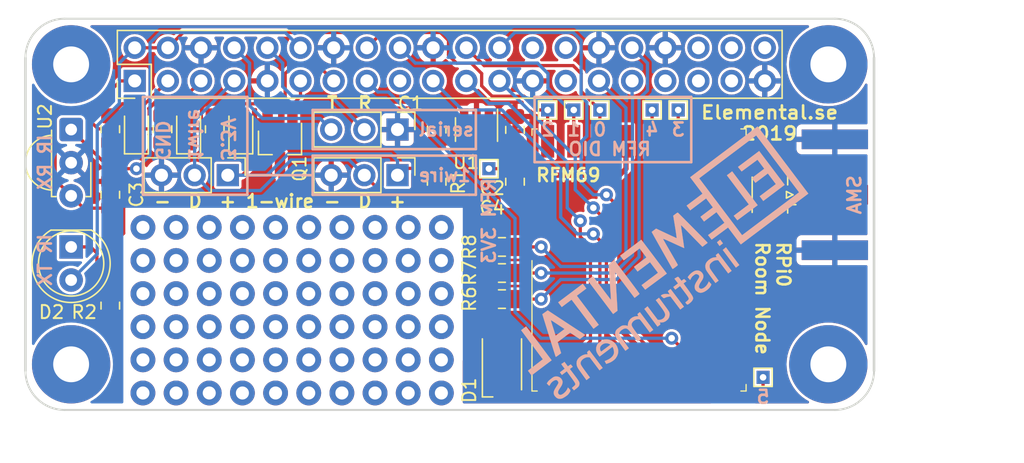
<source format=kicad_pcb>
(kicad_pcb (version 20221018) (generator pcbnew)
  (title_block (title "RPi0 Room Node"))
  (layers (0 "F.Cu" signal) (31 "B.Cu" signal) (34 "B.Paste" user) (35 "F.Paste" user) (36 "B.SilkS" user "B.Silkscreen") (37 "F.SilkS" user "F.Silkscreen") (38 "B.Mask" user) (39 "F.Mask" user) (44 "Edge.Cuts" user))
  (net 0 "")
  (net 1 "+5V")
  (net 2 "+3V3")
  (net 3 "GND")
  (net 4 "/ONEWIRE")
  (net 5 "/IRTX")
  (net 6 "/IRRX")
  (net 7 "Net-(J1-Pad17)")
  (net 8 "/MOSI")
  (net 9 "/MISO")
  (net 10 "/SCLK")
  (net 11 "/CE0")
  (net 12 "Net-(J1-Pad26)")
  (net 13 "Net-(J1-Pad27)")
  (net 14 "Net-(J1-Pad28)")
  (net 15 "Net-(J1-Pad33)")
  (net 16 "Net-(J1-Pad35)")
  (net 17 "Net-(J1-Pad36)")
  (net 18 "Net-(J1-Pad37)")
  (net 19 "Net-(J1-Pad38)")
  (net 20 "Net-(J1-Pad40)")
  (net 21 "Net-(D1-Pad2)")
  (net 22 "Net-(D1-Pad3)")
  (net 23 "Net-(D1-Pad4)")
  (net 24 "Net-(D2-Pad1)")
  (net 25 "Net-(U1-Pad4)")
  (net 26 "VDDA")
  (net 27 "/RFM_DIO0")
  (net 28 "/RFM_RST")
  (net 29 "Net-(D3-Pad1)")
  (net 30 "Net-(D4-Pad1)")
  (net 31 "Net-(D5-Pad1)")
  (net 32 "Net-(Q1-Pad3)")
  (net 33 "/LED1")
  (net 34 "/LED2")
  (net 35 "/TXD")
  (net 36 "/RXD")
  (net 37 "/LED3")
  (net 38 "/RFM_DIO1")
  (net 39 "/LEDR")
  (net 40 "/LEDG")
  (net 41 "/LEDB")
  (net 42 "/ANT")
  (net 43 "/RFM_DIO2")
  (net 44 "/RFM_DIO5")
  (net 45 "/RFM_DIO4")
  (net 46 "/RFM_DIO3")
  (footprint "Resistor_SMD:R_0805_2012Metric_Pad1.15x1.40mm_HandSolder" (layer "F.Cu") (at 111 104.975 -90)
    (fp_text reference "R5" hide)
    (fp_text value "R")
  )
  (footprint "Connector_PinHeader_2.54mm:PinHeader_1x03_P2.54mm_Vertical" (layer "F.Cu") (at 125 108.5 -90)
    (fp_text reference "J2" hide)
    (fp_text value "Conn_01x03")
  )
  (footprint "Connector_PinHeader_2.54mm:PinHeader_1x03_P2.54mm_Vertical" (layer "F.Cu") (at 112 108.5 -90)
    (fp_text reference "J4" hide)
    (fp_text value "Conn_01x03")
  )
  (footprint "elemental:elemental-4mm-mask" (layer "F.Cu") (at 158 117.5)
    (fp_text reference "G***" hide)
    (fp_text value "LOGO" hide)
  )
  (footprint "RF_Module:HOPERF_RFM69HW" (layer "F.Cu") (at 143.5 115 90)
    (fp_text reference "U3" hide)
    (fp_text value "RFM69HCW")
  )
  (footprint "TestPoint:TestPoint_THTPad_1.0x1.0mm_Drill0.5mm" (layer "F.Cu") (at 153 124)
    (fp_text reference "TP1" hide)
    (fp_text value "TestPoint")
  )
  (footprint "TestPoint:TestPoint_THTPad_1.0x1.0mm_Drill0.5mm" (layer "F.Cu") (at 144.5 103.5)
    (fp_text reference "TP2" hide)
    (fp_text value "TestPoint")
  )
  (footprint "TestPoint:TestPoint_THTPad_1.0x1.0mm_Drill0.5mm" (layer "F.Cu") (at 136.5 103.5)
    (fp_text reference "TP4" hide)
    (fp_text value "TestPoint")
  )
  (footprint "TestPoint:TestPoint_THTPad_1.0x1.0mm_Drill0.5mm" (layer "F.Cu") (at 138.5 103.5)
    (fp_text reference "TP5" hide)
    (fp_text value "TestPoint")
  )
  (footprint "TestPoint:TestPoint_THTPad_1.0x1.0mm_Drill0.5mm" (layer "F.Cu") (at 140.5 103.5)
    (fp_text reference "TP6" hide)
    (fp_text value "TestPoint")
  )
  (footprint "TestPoint:TestPoint_THTPad_1.0x1.0mm_Drill0.5mm" (layer "F.Cu") (at 146.5 103.5)
    (fp_text reference "TP3" hide)
    (fp_text value "TestPoint")
  )
  (footprint "TestPoint:TestPoint_THTPad_1.0x1.0mm_Drill0.5mm" (layer "F.Cu") (at 132 108)
    (fp_text reference "TP7" hide)
    (fp_text value "TestPoint")
  )
  (footprint "Capacitor_SMD:C_0805_2012Metric_Pad1.15x1.40mm_HandSolder" (layer "F.Cu") (at 134 109 -90)
    (fp_text reference "C4")
    (fp_text value "C")
  )
  (footprint "holes:hole_2.75" (layer "F.Cu") (at 100 100)
    (fp_text reference "H1" hide)
    (fp_text value "MountingHole" hide)
  )
  (footprint "holes:hole_2.75" (layer "F.Cu") (at 158 100)
    (fp_text reference "H2" hide)
    (fp_text value "MountingHole" hide)
  )
  (footprint "holes:hole_2.75" (layer "F.Cu") (at 158 123)
    (fp_text reference "H4" hide)
    (fp_text value "MountingHole" hide)
  )
  (footprint "holes:hole_2.75" (layer "F.Cu") (at 100 123)
    (fp_text reference "H3" hide)
    (fp_text value "MountingHole" hide)
  )
  (footprint "Connector_PinHeader_2.54mm:PinHeader_2x20_P2.54mm_Vertical" (layer "F.Cu") (at 104.87 101.27 90)
    (fp_text reference "J1" hide)
    (fp_text value "Raspberry Pi")
  )
  (footprint "LED_THT:LED_D5.0mm_IRGrey" (layer "F.Cu") (at 100 114 -90)
    (fp_text reference "D2")
    (fp_text value "CQY99")
  )
  (footprint "Package_TO_SOT_SMD:SOT-23-5" (layer "F.Cu") (at 131.05 105 -90)
    (fp_text reference "U1")
    (fp_text value "AP2210K-3.3")
  )
  (footprint "OptoDevice:Vishay_MINICAST-3Pin" (layer "F.Cu") (at 100 105 -90)
    (fp_text reference "U2")
    (fp_text value "TSOP382xx")
  )
  (footprint "Capacitor_SMD:C_0805_2012Metric_Pad1.15x1.40mm_HandSolder" (layer "F.Cu") (at 128 105 -90)
    (fp_text reference "C1")
    (fp_text value "C")
  )
  (footprint "Capacitor_SMD:C_0805_2012Metric_Pad1.15x1.40mm_HandSolder" (layer "F.Cu") (at 134 105.025 90)
    (fp_text reference "C2")
    (fp_text value "C")
  )
  (footprint "LED_SMD:LED_0805_2012Metric_Castellated" (layer "F.Cu") (at 105 104.975 90)
    (fp_text reference "D3" hide)
    (fp_text value "LED")
  )
  (footprint "LED_SMD:LED_0805_2012Metric_Castellated" (layer "F.Cu") (at 113 104.975 90)
    (fp_text reference "D5" hide)
    (fp_text value "LED")
  )
  (footprint "LED_SMD:LED_Avago_PLCC4_3.2x2.8mm_CW" (layer "F.Cu") (at 133 123 90)
    (fp_text reference "D1")
    (fp_text value "ASMB-MTB0-0A3A2")
  )
  (footprint "Resistor_SMD:R_0805_2012Metric_Pad1.15x1.40mm_HandSolder" (layer "F.Cu") (at 103 104.975 -90)
    (fp_text reference "R3" hide)
    (fp_text value "R")
  )
  (footprint "Resistor_SMD:R_0805_2012Metric_Pad1.15x1.40mm_HandSolder" (layer "F.Cu") (at 107 104.975 -90)
    (fp_text reference "R4" hide)
    (fp_text value "R")
  )
  (footprint "Resistor_SMD:R_0805_2012Metric_Pad1.15x1.40mm_HandSolder" (layer "F.Cu") (at 133 116 180)
    (fp_text reference "R7")
    (fp_text value "R")
  )
  (footprint "Resistor_SMD:R_0805_2012Metric_Pad1.15x1.40mm_HandSolder" (layer "F.Cu") (at 133 114 180)
    (fp_text reference "R8")
    (fp_text value "R")
  )
  (footprint "Resistor_SMD:R_0805_2012Metric_Pad1.15x1.40mm_HandSolder" (layer "F.Cu") (at 103 118.5 90)
    (fp_text reference "R2")
    (fp_text value "R")
  )
  (footprint "Capacitor_SMD:C_0805_2012Metric_Pad1.15x1.40mm_HandSolder" (layer "F.Cu") (at 103 110 90)
    (fp_text reference "C3")
    (fp_text value "1u")
  )
  (footprint "LED_SMD:LED_0805_2012Metric_Castellated" (layer "F.Cu") (at 109 104.975 90)
    (fp_text reference "D4" hide)
    (fp_text value "LED")
  )
  (footprint "Connector_PinHeader_2.54mm:PinHeader_1x03_P2.54mm_Vertical" (layer "F.Cu") (at 125 105 -90)
    (fp_text reference "J3" hide)
    (fp_text value "Conn_01x03")
  )
  (footprint "Resistor_SMD:R_0805_2012Metric_Pad1.15x1.40mm_HandSolder" (layer "F.Cu") (at 133 118 180)
    (fp_text reference "R6")
    (fp_text value "R")
  )
  (footprint "Resistor_SMD:R_0805_2012Metric_Pad1.15x1.40mm_HandSolder" (layer "F.Cu") (at 128 109 -90)
    (fp_text reference "R1")
    (fp_text value "4k7")
  )
  (footprint "Package_TO_SOT_SMD:SC-59_Handsoldering" (layer "F.Cu") (at 116 105.975 -90)
    (fp_text reference "Q1")
    (fp_text value "PDTC123Y")
  )
  (footprint "Connector_Coaxial:SMA_Amphenol_132289_EdgeMount" (layer "F.Cu") (at 158.5 110)
    (fp_text reference "AE1" hide)
    (fp_text value "SMA")
  )
  (footprint "Connector_Coaxial:U.FL_Hirose_U.FL-R-SMT-1_Vertical" (layer "F.Cu") (at 154 110 180)
    (fp_text reference "AE2" hide)
    (fp_text value "U.FL")
  )
  (footprint "protoarea:protoarea" (layer "F.Cu") (at 105.5 112.5)
    (fp_text reference "REF**" hide)
    (fp_text value "protoarea" hide)
  )
  (footprint "elemental:elemental-25.4mm" (layer "B.Cu") (at 145 115.5 -143)
    (fp_text reference "G***" hide)
    (fp_text value "LOGO" hide)
  )
  (gr_line (start 113.5 102.5) (end 105.5 102.5) (stroke (width 0.2)) (layer "B.SilkS"))
  (gr_line (start 118.5 107) (end 130.5 107) (stroke (width 0.2)) (layer "B.SilkS"))
  (gr_line (start 105.5 110) (end 113.5 110) (stroke (width 0.2)) (layer "B.SilkS"))
  (gr_line (start 118.5 110) (end 130.5 110) (stroke (width 0.2)) (layer "B.SilkS"))
  (gr_line (start 131 103.5) (end 131 106.5) (stroke (width 0.2)) (layer "B.SilkS"))
  (gr_line (start 131 103.5) (end 131 103.5) (stroke (width 0.2)) (layer "B.SilkS"))
  (gr_line (start 113.5 108.5) (end 118.5 108.5) (stroke (width 0.2)) (layer "B.SilkS"))
  (gr_line (start 105.5 107) (end 105.5 110) (stroke (width 0.2)) (layer "B.SilkS"))
  (gr_line (start 118.5 103.5) (end 130.5 103.5) (stroke (width 0.2)) (layer "B.SilkS"))
  (gr_line (start 131 107) (end 131 110) (stroke (width 0.2)) (layer "B.SilkS"))
  (gr_line (start 135.5 107.5) (end 147.5 107.5) (stroke (width 0.2)) (layer "B.SilkS"))
  (gr_line (start 118.5 103.5) (end 118.5 106.5) (stroke (width 0.2)) (layer "B.SilkS"))
  (gr_line (start 135.5 102.5) (end 135.5 107.5) (stroke (width 0.2)) (layer "B.SilkS"))
  (gr_line (start 130.5 103.5) (end 131 103.5) (stroke (width 0.2)) (layer "B.SilkS"))
  (gr_line (start 105.5 102.5) (end 105.5 107) (stroke (width 0.2)) (layer "B.SilkS"))
  (gr_line (start 147.5 102.5) (end 135.5 102.5) (stroke (width 0.2)) (layer "B.SilkS"))
  (gr_line (start 118.5 110) (end 118.5 107) (stroke (width 0.2)) (layer "B.SilkS"))
  (gr_line (start 113.5 110) (end 113.5 102.5) (stroke (width 0.2)) (layer "B.SilkS"))
  (gr_line (start 147.5 107.5) (end 147.5 102.5) (stroke (width 0.2)) (layer "B.SilkS"))
  (gr_line (start 118.5 106.5) (end 130.5 106.5) (stroke (width 0.2)) (layer "B.SilkS"))
  (gr_line (start 131 106.5) (end 130.5 106.5) (stroke (width 0.2)) (layer "B.SilkS"))
  (gr_line (start 131 110) (end 130.5 110) (stroke (width 0.2)) (layer "B.SilkS"))
  (gr_line (start 130.5 107) (end 131 107) (stroke (width 0.2)) (layer "B.SilkS"))
  (gr_arc (start 158.5 96.5) (mid 160.62132 97.37868) (end 161.5 99.5) (stroke (width 0.15)) (layer "Edge.Cuts"))
  (gr_arc (start 96.5 99.5) (mid 97.37868 97.37868) (end 99.5 96.5) (stroke (width 0.15)) (layer "Edge.Cuts"))
  (gr_line (start 99.5 96.5) (end 158.5 96.5) (stroke (width 0.15)) (layer "Edge.Cuts"))
  (gr_line (start 99.5 126.5) (end 158.5 126.5) (stroke (width 0.15)) (layer "Edge.Cuts"))
  (gr_arc (start 99.5 126.5) (mid 97.37868 125.62132) (end 96.5 123.5) (stroke (width 0.15)) (layer "Edge.Cuts"))
  (gr_line (start 161.5 123.5) (end 161.5 99.5) (stroke (width 0.2)) (layer "Edge.Cuts"))
  (gr_arc (start 161.5 123.5) (mid 160.62132 125.62132) (end 158.5 126.5) (stroke (width 0.15)) (layer "Edge.Cuts"))
  (gr_line (start 96.5 123.5) (end 96.5 99.5) (stroke (width 0.2)) (layer "Edge.Cuts"))
  (gr_text "1wire" (at 109.5 107.5 270) (layer "B.SilkS") (effects (font (size 1 1) (thickness 0.2)) (justify left mirror)))
  (gr_text "3.3V" (at 112 107.5 270) (layer "B.SilkS") (effects (font (size 1 1) (thickness 0.2)) (justify left mirror)))
  (gr_text "1wire" (at 126.5 108.5) (layer "B.SilkS") (effects (font (size 1 1) (thickness 0.2)) (justify right mirror)))
  (gr_text "serial" (at 126.5 105) (layer "B.SilkS") (effects (font (size 1 1) (thickness 0.2)) (justify right mirror)))
  (gr_text "SMA" (at 160 110 90) (layer "B.SilkS") (effects (font (size 1 1) (thickness 0.2)) (justify mirror)))
  (gr_text "IR RX" (at 98 107.5 90) (layer "B.SilkS") (effects (font (size 1 1) (thickness 0.2)) (justify mirror)))
  (gr_text "IR TX" (at 98 115 90) (layer "B.SilkS") (effects (font (size 1 1) (thickness 0.2)) (justify mirror)))
  (gr_text "1" (at 138.5 105) (layer "B.SilkS") (effects (font (size 1 1) (thickness 0.2)) (justify mirror)))
  (gr_text "0" (at 140.5 105) (layer "B.SilkS") (effects (font (size 1 1) (thickness 0.2)) (justify mirror)))
  (gr_text "4" (at 144.5 105) (layer "B.SilkS") (effects (font (size 1 1) (thickness 0.2)) (justify mirror)))
  (gr_text "3" (at 146.5 105) (layer "B.SilkS") (effects (font (size 1 1) (thickness 0.2)) (justify mirror)))
  (gr_text "RFM DIO" (at 141.25 106.5) (layer "B.SilkS") (effects (font (size 1 1) (thickness 0.2)) (justify mirror)))
  (gr_text "5" (at 153 125.5) (layer "B.SilkS") (effects (font (size 1 1) (thickness 0.2)) (justify mirror)))
  (gr_text "RFM 3V3" (at 132 112 90) (layer "B.SilkS") (effects (font (size 1 1) (thickness 0.2)) (justify mirror)))
  (gr_text "GND" (at 107 107.5 270) (layer "B.SilkS") (effects (font (size 1 1) (thickness 0.2)) (justify left mirror)))
  (gr_text "2" (at 136.5 105) (layer "B.SilkS") (effects (font (size 1 1) (thickness 0.2)) (justify mirror)))
  (gr_text "D" (at 109.5 110.5) (layer "F.SilkS") (effects (font (size 1 1) (thickness 0.2))))
  (gr_text "+" (at 112 110.5) (layer "F.SilkS") (effects (font (size 1 1) (thickness 0.2))))
  (gr_text "D" (at 122.5 110.5) (layer "F.SilkS") (effects (font (size 1 1) (thickness 0.2))))
  (gr_text "+" (at 125 110.5) (layer "F.SilkS") (effects (font (size 1 1) (thickness 0.2))))
  (gr_text "-" (at 120 110.5) (layer "F.SilkS") (effects (font (size 1 1) (thickness 0.2))))
  (gr_text "T" (at 120 103) (layer "F.SilkS") (effects (font (size 1 1) (thickness 0.2))))
  (gr_text "R" (at 122.5 103) (layer "F.SilkS") (effects (font (size 1 1) (thickness 0.2))))
  (gr_text "RPi0\nRoom Node" (at 153.75 113.5 270) (layer "F.SilkS") (effects (font (size 1 1) (thickness 0.2)) (justify left)))
  (gr_text "RFM69" (at 135.5 108.5) (layer "F.SilkS") (effects (font (size 1 1) (thickness 0.2)) (justify left)))
  (gr_text "Elemental.se\n2019" (at 153.5 104.5) (layer "F.SilkS") (effects (font (size 1 1.1) (thickness 0.2))))
  (gr_text "-" (at 107 110.5) (layer "F.SilkS") (effects (font (size 1 1) (thickness 0.2))))
  (gr_text "1-wire" (at 116 110.5) (layer "F.SilkS") (effects (font (size 1 1) (thickness 0.2))))
  (segment (start 132 104.68) (end 131.68 105) (width 0.25) (layer "F.Cu") (net 1))
  (segment (start 132 103.9) (end 132 104.68) (width 0.25) (layer "F.Cu") (net 1))
  (segment (start 121.851628 103.351628) (end 121.474999 102.974999) (width 0.25) (layer "F.Cu") (net 1))
  (segment (start 121.474999 102.974999) (end 121.474999 98.029998) (width 0.25) (layer "F.Cu") (net 1))
  (segment (start 128 103.975) (end 127.376628 103.351628) (width 0.25) (layer "F.Cu") (net 1))
  (segment (start 127.376628 103.351628) (end 121.851628 103.351628) (width 0.25) (layer "F.Cu") (net 1))
  (segment (start 129.025 105) (end 128 103.975) (width 0.25) (layer "F.Cu") (net 1))
  (segment (start 131.68 105) (end 130 105) (width 0.25) (layer "F.Cu") (net 1))
  (segment (start 107.41 98.73) (end 106.207919 98.73) (width 0.25) (layer "F.Cu") (net 1))
  (segment (start 130.1 103.9) (end 130.1 104.9) (width 0.25) (layer "F.Cu") (net 1))
  (segment (start 130 105) (end 129.025 105) (width 0.25) (layer "F.Cu") (net 1))
  (segment (start 108.585001 97.554999) (end 108.259999 97.880001) (width 0.25) (layer "F.Cu") (net 1))
  (segment (start 130.1 104.9) (end 130 105) (width 0.25) (layer "F.Cu") (net 1))
  (segment (start 121 97.554999) (end 108.585001 97.554999) (width 0.25) (layer "F.Cu") (net 1))
  (segment (start 108.259999 97.880001) (end 107.41 98.73) (width 0.25) (layer "F.Cu") (net 1))
  (segment (start 121.474999 98.029998) (end 121 97.554999) (width 0.25) (layer "F.Cu") (net 1))
  (segment (start 106.207919 98.73) (end 104.87 98.73) (width 0.25) (layer "F.Cu") (net 1))
  (segment (start 103.694999 103) (end 103.694999 99.905001) (width 0.25) (layer "B.Cu") (net 1))
  (segment (start 103.694999 99.905001) (end 104.020001 99.579999) (width 0.25) (layer "B.Cu") (net 1))
  (segment (start 102 114.54) (end 102 104.694999) (width 0.25) (layer "B.Cu") (net 1))
  (segment (start 104.020001 99.579999) (end 104.87 98.73) (width 0.25) (layer "B.Cu") (net 1))
  (segment (start 100 116.54) (end 102 114.54) (width 0.25) (layer "B.Cu") (net 1))
  (segment (start 102 104.694999) (end 103.694999 103) (width 0.25) (layer "B.Cu") (net 1))
  (segment (start 99.100001 109.180001) (end 100 110.08) (width 0.25) (layer "F.Cu") (net 2))
  (segment (start 98.77499 104.111938) (end 98.77499 108.85499) (width 0.25) (layer "F.Cu") (net 2))
  (segment (start 130.45 122.5) (end 130.45 109.45) (width 0.25) (layer "F.Cu") (net 2))
  (segment (start 106.4118 104.94999) (end 109 104.94999) (width 0.25) (layer "F.Cu") (net 2))
  (segment (start 101.596001 104.482929) (end 101.596001 103.443999) (width 0.25) (layer "F.Cu") (net 2))
  (segment (start 132.25 124.3) (end 130.45 122.5) (width 0.25) (layer "F.Cu") (net 2))
  (segment (start 106.4118 104.94999) (end 105 104.94999) (width 0.25) (layer "F.Cu") (net 2))
  (segment (start 128.975 107.975) (end 128 107.975) (width 0.25) (layer "F.Cu") (net 2))
  (segment (start 105 104.94999) (end 102.063062 104.94999) (width 0.25) (layer "F.Cu") (net 2))
  (segment (start 100.945 111.025) (end 100 110.08) (width 0.25) (layer "F.Cu") (net 2))
  (segment (start 99.442929 103.443999) (end 98.77499 104.111938) (width 0.25) (layer "F.Cu") (net 2))
  (segment (start 113.1 108.5) (end 112 108.5) (width 0.25) (layer "F.Cu") (net 2))
  (segment (start 128 107.975) (end 125.525 107.975) (width 0.25) (layer "F.Cu") (net 2))
  (segment (start 113 104.94999) (end 113.63818 104.94999) (width 0.25) (layer "F.Cu") (net 2))
  (segment (start 113.63818 104.94999) (end 113.97501 105.28682) (width 0.25) (layer "F.Cu") (net 2))
  (segment (start 98.77499 108.85499) (end 99.100001 109.180001) (width 0.25) (layer "F.Cu") (net 2))
  (segment (start 101.596001 103.443999) (end 103.77 101.27) (width 0.25) (layer "F.Cu") (net 2))
  (segment (start 109 104.0125) (end 109 104.94999) (width 0.25) (layer "F.Cu") (net 2))
  (segment (start 113.97501 105.28682) (end 113.97501 107.62499) (width 0.25) (layer "F.Cu") (net 2))
  (segment (start 103 111.025) (end 100.945 111.025) (width 0.25) (layer "F.Cu") (net 2))
  (segment (start 125.525 107.975) (end 125 108.5) (width 0.25) (layer "F.Cu") (net 2))
  (segment (start 113.97501 107.62499) (end 113.1 108.5) (width 0.25) (layer "F.Cu") (net 2))
  (segment (start 132.25 124.5) (end 132.25 124.3) (width 0.25) (layer "F.Cu") (net 2))
  (segment (start 113 104.0125) (end 113 104.94999) (width 0.25) (layer "F.Cu") (net 2))
  (segment (start 105 104.0125) (end 105 104.94999) (width 0.25) (layer "F.Cu") (net 2))
  (segment (start 101.596001 103.443999) (end 99.442929 103.443999) (width 0.25) (layer "F.Cu") (net 2))
  (segment (start 130.45 109.45) (end 128.975 107.975) (width 0.25) (layer "F.Cu") (net 2))
  (segment (start 103.77 101.27) (end 104.87 101.27) (width 0.25) (layer "F.Cu") (net 2))
  (segment (start 109 104.94999) (end 113 104.94999) (width 0.25) (layer "F.Cu") (net 2))
  (segment (start 102.063062 104.94999) (end 101.596001 104.482929) (width 0.25) (layer "F.Cu") (net 2))
  (segment (start 116.625011 106.874989) (end 115 108.5) (width 0.25) (layer "B.Cu") (net 2))
  (segment (start 115 108.5) (end 112 108.5) (width 0.25) (layer "B.Cu") (net 2))
  (segment (start 124.474989 106.874989) (end 116.625011 106.874989) (width 0.25) (layer "B.Cu") (net 2))
  (segment (start 125 108.5) (end 125 107.4) (width 0.25) (layer "B.Cu") (net 2))
  (segment (start 125 107.4) (end 124.474989 106.874989) (width 0.25) (layer "B.Cu") (net 2))
  (segment (start 122.46 108.5) (end 123.985 110.025) (width 0.25) (layer "F.Cu") (net 4))
  (segment (start 123.985 110.025) (end 128 110.025) (width 0.25) (layer "F.Cu") (net 4))
  (segment (start 110.635001 109.675001) (end 114.5 109.675001) (width 0.25) (layer "B.Cu") (net 4))
  (segment (start 109.46 108.5) (end 110.635001 109.675001) (width 0.25) (layer "B.Cu") (net 4))
  (segment (start 112.49 101.27) (end 109.46 104.3) (width 0.25) (layer "B.Cu") (net 4))
  (segment (start 121.284999 107.324999) (end 116.850002 107.324999) (width 0.25) (layer "B.Cu") (net 4))
  (segment (start 122.46 108.5) (end 121.284999 107.324999) (width 0.25) (layer "B.Cu") (net 4))
  (segment (start 116.850002 107.324999) (end 114.5 109.675001) (width 0.25) (layer "B.Cu") (net 4))
  (segment (start 109.46 104.3) (end 109.46 108.5) (width 0.25) (layer "B.Cu") (net 4))
  (segment (start 117.57 102.472081) (end 116.95 103.092081) (width 0.25) (layer "F.Cu") (net 5))
  (segment (start 116.95 104.325) (end 116.95 103.5) (width 0.25) (layer "F.Cu") (net 5))
  (segment (start 116.95 103.092081) (end 116.95 103.5) (width 0.25) (layer "F.Cu") (net 5))
  (segment (start 117.57 101.27) (end 117.57 102.472081) (width 0.25) (layer "F.Cu") (net 5))
  (segment (start 105 108) (end 103 108) (width 0.25) (layer "F.Cu") (net 6))
  (segment (start 103 108) (end 100 105) (width 0.25) (layer "F.Cu") (net 6))
  (via (at 105 108) (size 1) (drill 0.5) (layers "F.Cu" "B.Cu") (net 6))
  (segment (start 117.57 98.73) (end 116.394999 97.554999) (width 0.25) (layer "B.Cu") (net 6))
  (segment (start 106.045001 106.954999) (end 105 108) (width 0.25) (layer "B.Cu") (net 6))
  (segment (start 106.845999 97.554999) (end 106.045001 98.355997) (width 0.25) (layer "B.Cu") (net 6))
  (segment (start 106.045001 98.355997) (end 106.045001 106.954999) (width 0.25) (layer "B.Cu") (net 6))
  (segment (start 116.394999 97.554999) (end 106.845999 97.554999) (width 0.25) (layer "B.Cu") (net 6))
  (segment (start 140.5 122.6) (end 140.5 124.1) (width 0.25) (layer "F.Cu") (net 8))
  (segment (start 140.499999 113.499999) (end 140.5 122.6) (width 0.25) (layer "F.Cu") (net 8))
  (segment (start 140 113) (end 140.499999 113.499999) (width 0.25) (layer "F.Cu") (net 8))
  (via (at 140 113) (size 1) (drill 0.5) (layers "F.Cu" "B.Cu") (net 8))
  (segment (start 129.96 103.5) (end 133 103.5) (width 0.25) (layer "B.Cu") (net 8))
  (segment (start 138.778998 113) (end 139.292894 113) (width 0.25) (layer "B.Cu") (net 8))
  (segment (start 137.5 111.721002) (end 138.778998 113) (width 0.25) (layer "B.Cu") (net 8))
  (segment (start 133 103.5) (end 137.5 108) (width 0.25) (layer "B.Cu") (net 8))
  (segment (start 137.5 108) (end 137.5 111.721002) (width 0.25) (layer "B.Cu") (net 8))
  (segment (start 139.292894 113) (end 140 113) (width 0.25) (layer "B.Cu") (net 8))
  (segment (start 127.73 101.27) (end 129.96 103.5) (width 0.25) (layer "B.Cu") (net 8))
  (segment (start 138.5 122.5) (end 138.5 124.1) (width 0.25) (layer "F.Cu") (net 9))
  (segment (start 139 112) (end 139 113.221002) (width 0.25) (layer "F.Cu") (net 9))
  (segment (start 139 113.221002) (end 139.778998 114) (width 0.25) (layer "F.Cu") (net 9))
  (segment (start 139.778998 121.221002) (end 138.5 122.5) (width 0.25) (layer "F.Cu") (net 9))
  (segment (start 139.778998 114) (end 139.778998 121.221002) (width 0.25) (layer "F.Cu") (net 9))
  (via (at 139 112) (size 1) (drill 0.5) (layers "F.Cu" "B.Cu") (net 9))
  (segment (start 138 111) (end 139 112) (width 0.25) (layer "B.Cu") (net 9))
  (segment (start 132 103) (end 133.5 103) (width 0.25) (layer "B.Cu") (net 9))
  (segment (start 133.5 103) (end 138 107.5) (width 0.25) (layer "B.Cu") (net 9))
  (segment (start 138 107.5) (end 138 111) (width 0.25) (layer "B.Cu") (net 9))
  (segment (start 130.27 101.27) (end 132 103) (width 0.25) (layer "B.Cu") (net 9))
  (segment (start 142.5 121.5) (end 142.5 124.1) (width 0.25) (layer "F.Cu") (net 10))
  (segment (start 140 111) (end 141 112) (width 0.25) (layer "F.Cu") (net 10))
  (segment (start 141 112) (end 141 120) (width 0.25) (layer "F.Cu") (net 10))
  (segment (start 141 120) (end 142.5 121.5) (width 0.25) (layer "F.Cu") (net 10))
  (via (at 140 111) (size 1) (drill 0.5) (layers "F.Cu" "B.Cu") (net 10))
  (segment (start 138.614991 107.074991) (end 138.614991 109.614991) (width 0.25) (layer "B.Cu") (net 10))
  (segment (start 132.81 101.27) (end 138.614991 107.074991) (width 0.25) (layer "B.Cu") (net 10))
  (segment (start 138.614991 109.614991) (end 140 111) (width 0.25) (layer "B.Cu") (net 10))
  (segment (start 141 110) (end 141.5 110.5) (width 0.25) (layer "F.Cu") (net 11))
  (segment (start 141.5 119) (end 144.5 122) (width 0.25) (layer "F.Cu") (net 11))
  (segment (start 141.5 119) (end 143.5 121) (width 0.25) (layer "F.Cu") (net 11))
  (segment (start 141.5 110.5) (end 141.5 119) (width 0.25) (layer "F.Cu") (net 11))
  (segment (start 144.5 122) (end 144.5 124.1) (width 0.25) (layer "F.Cu") (net 11))
  (via (at 141 110) (size 1) (drill 0.5) (layers "F.Cu" "B.Cu") (net 11))
  (segment (start 132.81 98.73) (end 133.985001 97.554999) (width 0.25) (layer "B.Cu") (net 11))
  (segment (start 139.065 105.935) (end 139.065001 106.888591) (width 0.25) (layer "B.Cu") (net 11))
  (segment (start 138.454001 97.554999) (end 139.065001 98.165999) (width 0.25) (layer "B.Cu") (net 11))
  (segment (start 140 110) (end 141 110) (width 0.25) (layer "B.Cu") (net 11))
  (segment (start 139.065001 109.065001) (end 140 110) (width 0.25) (layer "B.Cu") (net 11))
  (segment (start 139.065001 102.479999) (end 139.5 102.914998) (width 0.25) (layer "B.Cu") (net 11))
  (segment (start 139.5 105.5) (end 139.065 105.935) (width 0.25) (layer "B.Cu") (net 11))
  (segment (start 133.985001 97.554999) (end 138.454001 97.554999) (width 0.25) (layer "B.Cu") (net 11))
  (segment (start 139.5 102.914998) (end 139.5 105.5) (width 0.25) (layer "B.Cu") (net 11))
  (segment (start 139.065001 106.888591) (end 139.065001 109.065001) (width 0.25) (layer "B.Cu") (net 11))
  (segment (start 139.065001 98.165999) (end 139.065001 102.479999) (width 0.25) (layer "B.Cu") (net 11))
  (segment (start 131.975 118) (end 131.975 121.225) (width 0.25) (layer "F.Cu") (net 21))
  (segment (start 131.975 121.225) (end 132.25 121.5) (width 0.25) (layer "F.Cu") (net 21))
  (segment (start 133 117.025) (end 133 119.75) (width 0.25) (layer "F.Cu") (net 22))
  (segment (start 133 119.75) (end 133.75 120.5) (width 0.25) (layer "F.Cu") (net 22))
  (segment (start 133.75 120.5) (end 133.75 121.5) (width 0.25) (layer "F.Cu") (net 22))
  (segment (start 131.975 116) (end 133 117.025) (width 0.25) (layer "F.Cu") (net 22))
  (segment (start 133.75 124.5) (end 133.75 123.5) (width 0.25) (layer "F.Cu") (net 23))
  (segment (start 131.07499 122.209992) (end 131.07499 114.92501) (width 0.25) (layer "F.Cu") (net 23))
  (segment (start 133.75 124.5) (end 133.75 124.3) (width 0.25) (layer "F.Cu") (net 23))
  (segment (start 131.07499 114.92501) (end 131.975 114.025) (width 0.25) (layer "F.Cu") (net 23))
  (segment (start 131.975 114.025) (end 131.975 114) (width 0.25) (layer "F.Cu") (net 23))
  (segment (start 133.75 123.5) (end 133.25 123) (width 0.25) (layer "F.Cu") (net 23))
  (segment (start 131.864998 123) (end 131.07499 122.209992) (width 0.25) (layer "F.Cu") (net 23))
  (segment (start 133.25 123) (end 131.864998 123) (width 0.25) (layer "F.Cu") (net 23))
  (segment (start 101.5 114) (end 100 114) (width 0.25) (layer "F.Cu") (net 24))
  (segment (start 103 119.525) (end 101.97499 118.49999) (width 0.25) (layer "F.Cu") (net 24))
  (segment (start 101.97499 118.49999) (end 101.97499 114.47499) (width 0.25) (layer "F.Cu") (net 24))
  (segment (start 101.97499 114.47499) (end 101.5 114) (width 0.25) (layer "F.Cu") (net 24))
  (segment (start 135.475 107.975) (end 134 107.975) (width 0.4) (layer "F.Cu") (net 26))
  (segment (start 134 106.05) (end 134 107.975) (width 0.4) (layer "F.Cu") (net 26))
  (segment (start 142.5 108) (end 142.5 105.9) (width 0.4) (layer "F.Cu") (net 26))
  (segment (start 142 108.5) (end 142.5 108) (width 0.4) (layer "F.Cu") (net 26))
  (segment (start 136 108.5) (end 142 108.5) (width 0.4) (layer "F.Cu") (net 26))
  (segment (start 132.05 106.05) (end 132 106.1) (width 0.25) (layer "F.Cu") (net 26))
  (segment (start 132 108) (end 133.975 108) (width 0.25) (layer "F.Cu") (net 26))
  (segment (start 135.475 107.975) (end 136 108.5) (width 0.4) (layer "F.Cu") (net 26))
  (segment (start 134 106.05) (end 132.05 106.05) (width 0.4) (layer "F.Cu") (net 26))
  (segment (start 142.5 106.65) (end 142.5 105.9) (width 0.25) (layer "F.Cu") (net 26))
  (segment (start 133.975 108) (end 134 107.975) (width 0.25) (layer "F.Cu") (net 26))
  (segment (start 138.454001 100.094999) (end 139.065001 100.705999) (width 0.25) (layer "F.Cu") (net 27))
  (segment (start 130.27 98.73) (end 131.634999 100.094999) (width 0.25) (layer "F.Cu") (net 27))
  (segment (start 139.065001 102.065001) (end 139.065001 100.705999) (width 0.25) (layer "F.Cu") (net 27))
  (segment (start 140.5 105.15) (end 140.5 105.9) (width 0.25) (layer "F.Cu") (net 27))
  (segment (start 131.634999 100.094999) (end 138.454001 100.094999) (width 0.25) (layer "F.Cu") (net 27))
  (segment (start 140.5 105.9) (end 140.5 103.5) (width 0.25) (layer "F.Cu") (net 27))
  (segment (start 140.5 103.5) (end 139.065001 102.065001) (width 0.25) (layer "F.Cu") (net 27))
  (segment (start 146.5 124.1) (end 146.499999 121.499999) (width 0.25) (layer "F.Cu") (net 28))
  (segment (start 146.499999 121.499999) (end 146 121) (width 0.25) (layer "F.Cu") (net 28))
  (via (at 146 121) (size 1) (drill 0.5) (layers "F.Cu" "B.Cu") (net 28))
  (segment (start 137.778998 121) (end 146 121) (width 0.25) (layer "B.Cu") (net 28))
  (segment (start 123.499999 102.119999) (end 124.300997 102.119999) (width 0.25) (layer "B.Cu") (net 28))
  (segment (start 124.300997 102.119999) (end 134 111.819002) (width 0.25) (layer "B.Cu") (net 28))
  (segment (start 134 111.819002) (end 134 119) (width 0.25) (layer "B.Cu") (net 28))
  (segment (start 122.65 101.27) (end 123.499999 102.119999) (width 0.25) (layer "B.Cu") (net 28))
  (segment (start 136 121) (end 137.778998 121) (width 0.25) (layer "B.Cu") (net 28))
  (segment (start 134 119) (end 136 121) (width 0.25) (layer "B.Cu") (net 28))
  (segment (start 103 106) (end 104.9375 106) (width 0.25) (layer "F.Cu") (net 29))
  (segment (start 104.9375 106) (end 105 105.9375) (width 0.25) (layer "F.Cu") (net 29))
  (segment (start 107 106) (end 108.9375 106) (width 0.25) (layer "F.Cu") (net 30))
  (segment (start 108.9375 106) (end 109 105.9375) (width 0.25) (layer "F.Cu") (net 30))
  (segment (start 111 106) (end 112.9375 106) (width 0.25) (layer "F.Cu") (net 31))
  (segment (start 112.9375 106) (end 113 105.9375) (width 0.25) (layer "F.Cu") (net 31))
  (segment (start 104.5 110.5) (end 115.5 110.5) (width 0.25) (layer "F.Cu") (net 32))
  (segment (start 115.5 110.5) (end 116 110) (width 0.25) (layer "F.Cu") (net 32))
  (segment (start 104.02501 112.94999) (end 103 113.975) (width 0.25) (layer "F.Cu") (net 32))
  (segment (start 116 110) (end 116 107.625) (width 0.25) (layer "F.Cu") (net 32))
  (segment (start 103 113.975) (end 103 117.475) (width 0.25) (layer "F.Cu") (net 32))
  (segment (start 104.02501 110.97499) (end 104.02501 112.94999) (width 0.25) (layer "F.Cu") (net 32))
  (segment (start 104.5 110.5) (end 104.02501 110.97499) (width 0.25) (layer "F.Cu") (net 32))
  (segment (start 103.623372 103.326628) (end 103 103.95) (width 0.25) (layer "F.Cu") (net 33))
  (segment (start 107.41 101.27) (end 105.65501 103.02499) (width 0.25) (layer "F.Cu") (net 33))
  (segment (start 103.92501 103.02499) (end 103.623372 103.326628) (width 0.25) (layer "F.Cu") (net 33))
  (segment (start 105.65501 103.02499) (end 103.92501 103.02499) (width 0.25) (layer "F.Cu") (net 33))
  (segment (start 107.27 103.95) (end 107 103.95) (width 0.25) (layer "F.Cu") (net 34))
  (segment (start 109.95 101.27) (end 107.27 103.95) (width 0.25) (layer "F.Cu") (net 34))
  (segment (start 119.070001 104.150001) (end 114.650001 104.150001) (width 0.25) (layer "B.Cu") (net 35))
  (segment (start 113.339999 99.579999) (end 112.49 98.73) (width 0.25) (layer "B.Cu") (net 35))
  (segment (start 114.650001 104.150001) (end 113.665001 103.165001) (width 0.25) (layer "B.Cu") (net 35))
  (segment (start 113.665001 99.905001) (end 113.339999 99.579999) (width 0.25) (layer "B.Cu") (net 35))
  (segment (start 113.665001 103.165001) (end 113.665001 99.905001) (width 0.25) (layer "B.Cu") (net 35))
  (segment (start 119.92 105) (end 119.070001 104.150001) (width 0.25) (layer "B.Cu") (net 35))
  (segment (start 116.205001 101.705001) (end 116.205001 99.905001) (width 0.25) (layer "B.Cu") (net 36))
  (segment (start 116.945001 102.445001) (end 116.205001 101.705001) (width 0.25) (layer "B.Cu") (net 36))
  (segment (start 119.905001 102.445001) (end 116.945001 102.445001) (width 0.25) (layer "B.Cu") (net 36))
  (segment (start 122.46 105) (end 119.905001 102.445001) (width 0.25) (layer "B.Cu") (net 36))
  (segment (start 116.205001 99.905001) (end 115.879999 99.579999) (width 0.25) (layer "B.Cu") (net 36))
  (segment (start 115.879999 99.579999) (end 115.03 98.73) (width 0.25) (layer "B.Cu") (net 36))
  (segment (start 115.97501 103.02499) (end 116.394999 102.605001) (width 0.25) (layer "F.Cu") (net 37))
  (segment (start 118.84 100) (end 120.11 101.27) (width 0.25) (layer "F.Cu") (net 37))
  (segment (start 111.92501 103.02499) (end 115.97501 103.02499) (width 0.25) (layer "F.Cu") (net 37))
  (segment (start 111 103.95) (end 111.92501 103.02499) (width 0.25) (layer "F.Cu") (net 37))
  (segment (start 116.394999 100.705999) (end 117.100998 100) (width 0.25) (layer "F.Cu") (net 37))
  (segment (start 117.100998 100) (end 118.84 100) (width 0.25) (layer "F.Cu") (net 37))
  (segment (start 116.394999 102.605001) (end 116.394999 100.705999) (width 0.25) (layer "F.Cu") (net 37))
  (segment (start 138.5 105.9) (end 138.5 103.5) (width 0.25) (layer "F.Cu") (net 38))
  (segment (start 135.724003 99.905001) (end 136.525001 100.705999) (width 0.25) (layer "B.Cu") (net 38))
  (segment (start 126.365001 99.905001) (end 135.724003 99.905001) (width 0.25) (layer "B.Cu") (net 38))
  (segment (start 136.525001 100.705999) (end 136.525001 101.817895) (width 0.25) (layer "B.Cu") (net 38))
  (segment (start 125.19 98.73) (end 126.365001 99.905001) (width 0.25) (layer "B.Cu") (net 38))
  (segment (start 136.525001 101.817895) (end 138.207106 103.5) (width 0.25) (layer "B.Cu") (net 38))
  (segment (start 138.207106 103.5) (end 138.5 103.5) (width 0.25) (layer "B.Cu") (net 38))
  (segment (start 134.025 114) (end 136 114) (width 0.25) (layer "F.Cu") (net 39))
  (via (at 136 114) (size 1) (drill 0.5) (layers "F.Cu" "B.Cu") (net 39))
  (segment (start 141.5 115.5) (end 137.5 115.5) (width 0.25) (layer "B.Cu") (net 39))
  (segment (start 140.43 101.27) (end 142.5 103.34) (width 0.25) (layer "B.Cu") (net 39))
  (segment (start 142.5 114.5) (end 141.5 115.5) (width 0.25) (layer "B.Cu") (net 39))
  (segment (start 142.5 103.34) (end 142.5 114.5) (width 0.25) (layer "B.Cu") (net 39))
  (segment (start 137.5 115.5) (end 136 114) (width 0.25) (layer "B.Cu") (net 39))
  (segment (start 134.025 116) (end 136 116) (width 0.25) (layer "F.Cu") (net 40))
  (via (at 136 116) (size 1) (drill 0.5) (layers "F.Cu" "B.Cu") (net 40))
  (segment (start 136.707106 116) (end 136 116) (width 0.25) (layer "B.Cu") (net 40))
  (segment (start 143 114.63641) (end 141.63641 116) (width 0.25) (layer "B.Cu") (net 40))
  (segment (start 143 102.502081) (end 143 114.63641) (width 0.25) (layer "B.Cu") (net 40))
  (segment (start 142.97 101.27) (end 142.97 102.472081) (width 0.25) (layer "B.Cu") (net 40))
  (segment (start 141.63641 116) (end 136.707106 116) (width 0.25) (layer "B.Cu") (net 40))
  (segment (start 142.97 102.472081) (end 143 102.502081) (width 0.25) (layer "B.Cu") (net 40))
  (segment (start 134.025 118) (end 136 118) (width 0.25) (layer "F.Cu") (net 41))
  (via (at 136 118) (size 1) (drill 0.5) (layers "F.Cu" "B.Cu") (net 41))
  (segment (start 144.145001 102) (end 144.145001 99.905001) (width 0.25) (layer "B.Cu") (net 41))
  (segment (start 137.5 116.5) (end 141.77282 116.5) (width 0.25) (layer "B.Cu") (net 41))
  (segment (start 144.145001 99.905001) (end 142.97 98.73) (width 0.25) (layer "B.Cu") (net 41))
  (segment (start 141.77282 116.5) (end 143.5 114.77282) (width 0.25) (layer "B.Cu") (net 41))
  (segment (start 143.5 114.77282) (end 143.5 102.645001) (width 0.25) (layer "B.Cu") (net 41))
  (segment (start 136 118) (end 137.5 116.5) (width 0.25) (layer "B.Cu") (net 41))
  (segment (start 143.5 102.645001) (end 144.145001 102) (width 0.25) (layer "B.Cu") (net 41))
  (segment (start 150.5 107.95) (end 150.5 105.9) (width 0.8) (layer "F.Cu") (net 42))
  (segment (start 155.05 110) (end 158.5 110) (width 0.8) (layer "F.Cu") (net 42))
  (segment (start 150.5 108.745002) (end 150.5 107.95) (width 0.8) (layer "F.Cu") (net 42))
  (segment (start 151.754998 110) (end 150.5 108.745002) (width 0.8) (layer "F.Cu") (net 42))
  (segment (start 155.05 110) (end 151.754998 110) (width 0.8) (layer "F.Cu") (net 42))
  (segment (start 136.5 103.5) (end 135.75 103.5) (width 0.25) (layer "F.Cu") (net 43))
  (segment (start 128.905001 98.165999) (end 128.294001 97.554999) (width 0.25) (layer "F.Cu") (net 43))
  (segment (start 132.245999 102.445001) (end 131.445001 101.644003) (width 0.25) (layer "F.Cu") (net 43))
  (segment (start 123.825001 97.554999) (end 123.499999 97.880001) (width 0.25) (layer "F.Cu") (net 43))
  (segment (start 128.294001 97.554999) (end 123.825001 97.554999) (width 0.25) (layer "F.Cu") (net 43))
  (segment (start 123.499999 97.880001) (end 122.65 98.73) (width 0.25) (layer "F.Cu") (net 43))
  (segment (start 134.695001 102.445001) (end 132.245999 102.445001) (width 0.25) (layer "F.Cu") (net 43))
  (segment (start 128.905001 99.294001) (end 128.905001 98.165999) (width 0.25) (layer "F.Cu") (net 43))
  (segment (start 131.445001 101.644003) (end 131.445001 100.705999) (width 0.25) (layer "F.Cu") (net 43))
  (segment (start 135.75 103.5) (end 134.695001 102.445001) (width 0.25) (layer "F.Cu") (net 43))
  (segment (start 136.5 105.9) (end 136.5 103.5) (width 0.25) (layer "F.Cu") (net 43))
  (segment (start 129.516001 99.905001) (end 128.905001 99.294001) (width 0.25) (layer "F.Cu") (net 43))
  (segment (start 130.644003 99.905001) (end 129.516001 99.905001) (width 0.25) (layer "F.Cu") (net 43))
  (segment (start 131.445001 100.705999) (end 130.644003 99.905001) (width 0.25) (layer "F.Cu") (net 43))
  (segment (start 149.325001 125.675001) (end 152.074999 125.675001) (width 0.25) (layer "F.Cu") (net 44))
  (segment (start 152.074999 125.675001) (end 153 124.75) (width 0.25) (layer "F.Cu") (net 44))
  (segment (start 148.5 124.1) (end 148.5 124.85) (width 0.25) (layer "F.Cu") (net 44))
  (segment (start 153 124.75) (end 153 124) (width 0.25) (layer "F.Cu") (net 44))
  (segment (start 148.5 124.85) (end 149.325001 125.675001) (width 0.25) (layer "F.Cu") (net 44))
  (segment (start 144.5 105.9) (end 144.5 103.5) (width 0.25) (layer "F.Cu") (net 45))
  (segment (start 146.5 105.9) (end 146.5 103.5) (width 0.25) (layer "F.Cu") (net 46))
  (zone (net 3) (net_name "GND") (layer "F.Cu") (connect_pads (clearance 0.2)) (min_thickness 0.2) (fill yes (thermal_gap 0.4) (thermal_bridge_width 0.4))
    (polygon (pts (xy 161 126) (xy 130 126) (xy 130 111) (xy 104 111) (xy 104 126) (xy 97 126) (xy 97 97) (xy 161 97)))
  )
  (zone (net 3) (net_name "GND") (layer "B.Cu") (connect_pads (clearance 0.2)) (min_thickness 0.2) (fill yes (thermal_gap 0.4) (thermal_bridge_width 0.4))
    (polygon (pts (xy 161 126) (xy 130 126) (xy 130 111) (xy 104 111) (xy 104 126) (xy 97 126) (xy 97 97) (xy 161 97)))
  )
)
</source>
